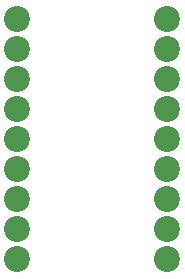
<source format=gbs>
%TF.GenerationSoftware,KiCad,Pcbnew,7.0.6*%
%TF.CreationDate,2023-07-20T15:13:03+09:00*%
%TF.ProjectId,esp32c3_test,65737033-3263-4335-9f74-6573742e6b69,rev?*%
%TF.SameCoordinates,PX7f2c270PY70a3730*%
%TF.FileFunction,Soldermask,Bot*%
%TF.FilePolarity,Negative*%
%FSLAX46Y46*%
G04 Gerber Fmt 4.6, Leading zero omitted, Abs format (unit mm)*
G04 Created by KiCad (PCBNEW 7.0.6) date 2023-07-20 15:13:03*
%MOMM*%
%LPD*%
G01*
G04 APERTURE LIST*
%ADD10C,2.200000*%
G04 APERTURE END LIST*
D10*
%TO.C,J2*%
X5080000Y22860000D03*
X5080000Y20320000D03*
X5080000Y17780000D03*
X5080000Y15240000D03*
X5080000Y12700000D03*
X5080000Y10160000D03*
X5080000Y7620000D03*
X5080000Y5080000D03*
X5080000Y2540000D03*
%TD*%
%TO.C,J1*%
X17780000Y22860000D03*
X17780000Y20320000D03*
X17780000Y17780000D03*
X17780000Y15240000D03*
X17780000Y12700000D03*
X17780000Y10160000D03*
X17780000Y7620000D03*
X17780000Y5080000D03*
X17780000Y2540000D03*
%TD*%
M02*

</source>
